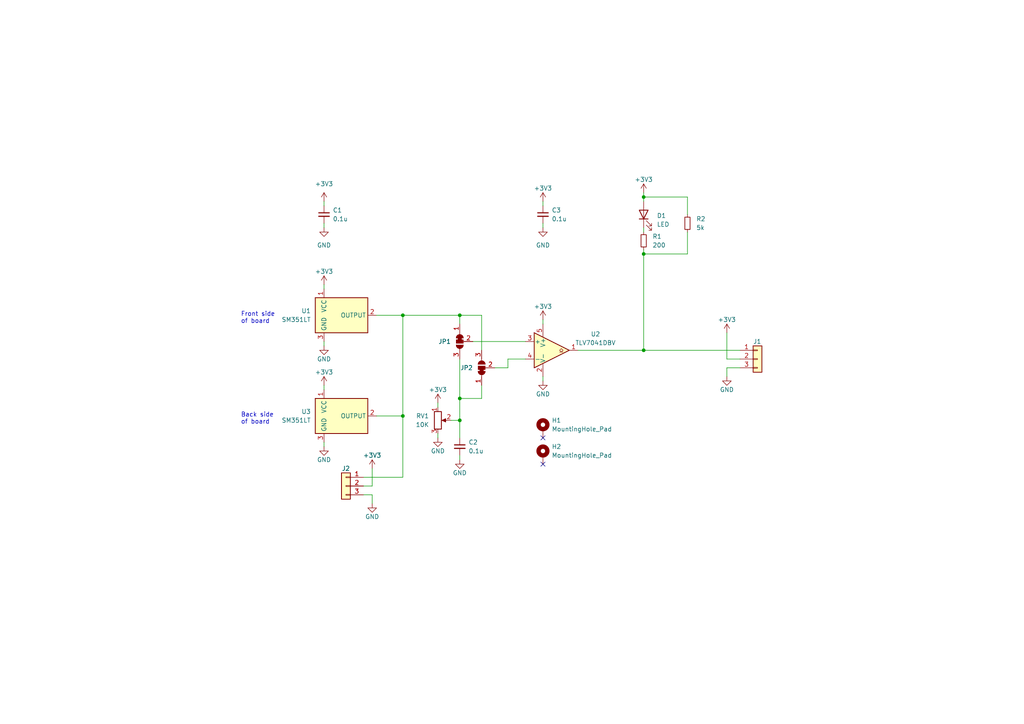
<source format=kicad_sch>
(kicad_sch (version 20211123) (generator eeschema)
  (paper "A4")
  (lib_symbols
    (symbol "Comparator:TLV7041DBV" (pin_names (offset 0.127))
      (property "Reference" "U" (at 0 5.08 0))
      (property "Value" "TLV7041DBV" (at 0 -5.08 0))
      (symbol "TLV7041DBV_0_1"
        (polyline (pts (xy -5.08 5.08) (xy 5.08 0) (xy -5.08 -5.08) (xy -5.08 5.08)) (stroke (width 0.254)) (fill (type background)))
        (polyline (pts (xy 3.302 -0.508) (xy 2.794 -0.508) (xy 3.302 0) (xy 2.794 0.508) (xy 2.286 0) (xy 2.794 -0.508) (xy 2.286 -0.508)) (stroke (width 0.127)))
        (pin power_in line (at -2.54 -7.62 90) (length 3.81) (name "V-") (number "2"))
        (pin power_in line (at -2.54 7.62 270) (length 3.81) (name "V+") (number "5"))
      )
      (symbol "TLV7041DBV_1_1"
        (pin open_collector line (at 7.62 0 180) (length 2.54) (name "~") (number "1"))
        (pin input line (at -7.62 2.54 0) (length 2.54) (name "+") (number "3"))
        (pin input line (at -7.62 -2.54 0) (length 2.54) (name "-") (number "4"))
      )
    )
    (symbol "Connector_Generic:Conn_01x03" (pin_names (offset 1.016) hide)
      (property "Reference" "J" (at 0 5.08 0))
      (property "Value" "Conn_01x03" (at 0 -5.08 0))
      (symbol "Conn_01x03_1_1"
        (rectangle (start -1.27 -2.413) (end 0 -2.667) (stroke (width 0.1524)))
        (rectangle (start -1.27 0.127) (end 0 -0.127) (stroke (width 0.1524)))
        (rectangle (start -1.27 2.667) (end 0 2.413) (stroke (width 0.1524)))
        (rectangle (start -1.27 3.81) (end 1.27 -3.81) (stroke (width 0.254)) (fill (type background)))
        (pin passive line (at -5.08 2.54 0) (length 3.81) (name "Pin_1") (number "1"))
        (pin passive line (at -5.08 0 0) (length 3.81) (name "Pin_2") (number "2"))
        (pin passive line (at -5.08 -2.54 0) (length 3.81) (name "Pin_3") (number "3"))
      )
    )
    (symbol "Device:C_Small" (pin_numbers hide) (pin_names (offset 0.254) hide)
      (property "Reference" "C" (at 0.254 1.778 0))
      (property "Value" "C_Small" (at 0.254 -2.032 0))
      (symbol "C_Small_0_1"
        (polyline (pts (xy -1.524 -0.508) (xy 1.524 -0.508)) (stroke (width 0.3302)))
        (polyline (pts (xy -1.524 0.508) (xy 1.524 0.508)) (stroke (width 0.3048)))
      )
      (symbol "C_Small_1_1"
        (pin passive line (at 0 2.54 270) (length 2.032) (name "~") (number "1"))
        (pin passive line (at 0 -2.54 90) (length 2.032) (name "~") (number "2"))
      )
    )
    (symbol "Device:LED" (pin_numbers hide) (pin_names (offset 1.016) hide)
      (property "Reference" "D" (at 0 2.54 0))
      (property "Value" "LED" (at 0 -2.54 0))
      (symbol "LED_0_1"
        (polyline (pts (xy -1.27 -1.27) (xy -1.27 1.27)) (stroke (width 0.254)))
        (polyline (pts (xy -1.27 0) (xy 1.27 0)))
        (polyline (pts (xy 1.27 -1.27) (xy 1.27 1.27) (xy -1.27 0) (xy 1.27 -1.27)) (stroke (width 0.254)))
        (polyline (pts (xy -3.048 -0.762) (xy -4.572 -2.286) (xy -3.81 -2.286) (xy -4.572 -2.286) (xy -4.572 -1.524)))
        (polyline (pts (xy -1.778 -0.762) (xy -3.302 -2.286) (xy -2.54 -2.286) (xy -3.302 -2.286) (xy -3.302 -1.524)))
      )
      (symbol "LED_1_1"
        (pin passive line (at -3.81 0 0) (length 2.54) (name "K") (number "1"))
        (pin passive line (at 3.81 0 180) (length 2.54) (name "A") (number "2"))
      )
    )
    (symbol "Device:R_Potentiometer" (pin_names (offset 1.016) hide)
      (property "Reference" "RV" (at -4.445 0 90))
      (property "Value" "R_Potentiometer" (at -2.54 0 90))
      (symbol "R_Potentiometer_0_1"
        (polyline (pts (xy 2.54 0) (xy 1.524 0)))
        (polyline (pts (xy 1.143 0) (xy 2.286 0.508) (xy 2.286 -0.508) (xy 1.143 0)) (fill (type outline)))
        (rectangle (start 1.016 2.54) (end -1.016 -2.54) (stroke (width 0.254)))
      )
      (symbol "R_Potentiometer_1_1"
        (pin passive line (at 0 3.81 270) (length 1.27) (name "1") (number "1"))
        (pin passive line (at 3.81 0 180) (length 1.27) (name "2") (number "2"))
        (pin passive line (at 0 -3.81 90) (length 1.27) (name "3") (number "3"))
      )
    )
    (symbol "Device:R_Small" (pin_numbers hide) (pin_names (offset 0.254) hide)
      (property "Reference" "R" (at 0.762 0.508 0))
      (property "Value" "R_Small" (at 0.762 -1.016 0))
      (symbol "R_Small_0_1"
        (rectangle (start -0.762 1.778) (end 0.762 -1.778) (stroke (width 0.2032)))
      )
      (symbol "R_Small_1_1"
        (pin passive line (at 0 2.54 270) (length 0.762) (name "~") (number "1"))
        (pin passive line (at 0 -2.54 90) (length 0.762) (name "~") (number "2"))
      )
    )
    (symbol "Jumper:SolderJumper_3_Bridged12" (pin_names (offset 0) hide)
      (property "Reference" "JP" (at -2.54 -2.54 0))
      (property "Value" "SolderJumper_3_Bridged12" (at 0 2.794 0))
      (symbol "SolderJumper_3_Bridged12_0_1"
        (rectangle (start -1.016 0.508) (end -0.508 -0.508) (fill (type outline)))
        (arc (start -1.016 1.016) (mid -2.032 0) (end -1.016 -1.016))
        (arc (start -1.016 1.016) (mid -2.032 0) (end -1.016 -1.016) (fill (type outline)))
        (rectangle (start -0.508 1.016) (end 0.508 -1.016) (fill (type outline)))
        (polyline (pts (xy -2.54 0) (xy -2.032 0)))
        (polyline (pts (xy -1.016 1.016) (xy -1.016 -1.016)))
        (polyline (pts (xy 0 -1.27) (xy 0 -1.016)))
        (polyline (pts (xy 1.016 1.016) (xy 1.016 -1.016)))
        (polyline (pts (xy 2.54 0) (xy 2.032 0)))
        (arc (start 1.016 -1.016) (mid 2.032 0) (end 1.016 1.016))
        (arc (start 1.016 -1.016) (mid 2.032 0) (end 1.016 1.016) (fill (type outline)))
      )
      (symbol "SolderJumper_3_Bridged12_1_1"
        (pin passive line (at -5.08 0 0) (length 2.54) (name "A") (number "1"))
        (pin passive line (at 0 -3.81 90) (length 2.54) (name "C") (number "2"))
        (pin passive line (at 5.08 0 180) (length 2.54) (name "B") (number "3"))
      )
    )
    (symbol "Mechanical:MountingHole_Pad" (pin_numbers hide) (pin_names (offset 1.016) hide)
      (property "Reference" "H" (at 0 6.35 0))
      (property "Value" "MountingHole_Pad" (at 0 4.445 0))
      (symbol "MountingHole_Pad_0_1"
        (circle (center 0 1.27) (radius 1.27) (stroke (width 1.27)))
      )
      (symbol "MountingHole_Pad_1_1"
        (pin input line (at 0 -2.54 90) (length 2.54) (name "1") (number "1"))
      )
    )
    (symbol "Sensor_Magnetic:SM351LT"
      (property "Reference" "U" (at 5.08 8.89 0))
      (property "Value" "SM351LT" (at 2.54 6.35 0))
      (symbol "SM351LT_0_1"
        (rectangle (start 7.62 5.08) (end -7.62 -5.08) (stroke (width 0.254)) (fill (type background)))
      )
      (symbol "SM351LT_1_1"
        (pin power_in line (at -5.08 7.62 270) (length 2.54) (name "VCC") (number "1"))
        (pin output line (at 10.16 0 180) (length 2.54) (name "OUTPUT") (number "2"))
        (pin power_in line (at -5.08 -7.62 90) (length 2.54) (name "GND") (number "3"))
      )
    )
    (symbol "power:+3V3" (power) (pin_names (offset 0))
      (property "Value" "+3V3" (at 0 3.556 0))
      (symbol "+3V3_0_1"
        (polyline (pts (xy -0.762 1.27) (xy 0 2.54)))
        (polyline (pts (xy 0 0) (xy 0 2.54)))
        (polyline (pts (xy 0 2.54) (xy 0.762 1.27)))
      )
      (symbol "+3V3_1_1"
        (pin power_in line (at 0 0 90) (length 0) hide (name "+3V3") (number "1"))
      )
    )
    (symbol "power:GND" (power) (pin_names (offset 0))
      (property "Value" "GND" (at 0 -3.81 0))
      (symbol "GND_0_1"
        (polyline (pts (xy 0 0) (xy 0 -1.27) (xy 1.27 -1.27) (xy 0 -2.54) (xy -1.27 -1.27) (xy 0 -1.27)))
      )
      (symbol "GND_1_1"
        (pin power_in line (at 0 0 270) (length 0) hide (name "GND") (number "1"))
      )
    )
  )
  (junction (at 133.35 115.57))
  (junction (at 116.84 91.44))
  (junction (at 186.69 57.15))
  (junction (at 116.84 120.65))
  (junction (at 133.35 91.44))
  (junction (at 133.35 121.92))
  (junction (at 186.69 101.6))
  (junction (at 186.69 73.66))
  (no_connect (at 157.48 134.62))
  (no_connect (at 157.48 127))
  (wire (pts (xy 157.48 58.42) (xy 157.48 59.69)))
  (wire (pts (xy 199.39 62.23) (xy 199.39 57.15)))
  (wire (pts (xy 105.41 143.51) (xy 107.95 143.51)))
  (wire (pts (xy 93.98 111.76) (xy 93.98 113.03)))
  (wire (pts (xy 127 125.73) (xy 127 127)))
  (wire (pts (xy 133.35 91.44) (xy 133.35 93.98)))
  (wire (pts (xy 109.22 91.44) (xy 116.84 91.44)))
  (wire (pts (xy 105.41 138.43) (xy 116.84 138.43)))
  (wire (pts (xy 93.98 128.27) (xy 93.98 129.54)))
  (wire (pts (xy 214.63 104.14) (xy 210.82 104.14)))
  (wire (pts (xy 116.84 91.44) (xy 133.35 91.44)))
  (wire (pts (xy 116.84 138.43) (xy 116.84 120.65)))
  (wire (pts (xy 210.82 104.14) (xy 210.82 96.52)))
  (wire (pts (xy 186.69 57.15) (xy 186.69 58.42)))
  (wire (pts (xy 157.48 64.77) (xy 157.48 66.04)))
  (wire (pts (xy 199.39 57.15) (xy 186.69 57.15)))
  (wire (pts (xy 139.7 101.6) (xy 139.7 91.44)))
  (wire (pts (xy 133.35 104.14) (xy 133.35 115.57)))
  (wire (pts (xy 109.22 120.65) (xy 116.84 120.65)))
  (wire (pts (xy 133.35 121.92) (xy 133.35 127)))
  (wire (pts (xy 143.51 106.68) (xy 147.32 106.68)))
  (wire (pts (xy 139.7 91.44) (xy 133.35 91.44)))
  (wire (pts (xy 105.41 140.97) (xy 107.95 140.97)))
  (wire (pts (xy 147.32 106.68) (xy 147.32 104.14)))
  (wire (pts (xy 133.35 132.08) (xy 133.35 133.35)))
  (wire (pts (xy 147.32 104.14) (xy 152.4 104.14)))
  (wire (pts (xy 210.82 106.68) (xy 210.82 109.22)))
  (wire (pts (xy 107.95 140.97) (xy 107.95 135.89)))
  (wire (pts (xy 214.63 106.68) (xy 210.82 106.68)))
  (wire (pts (xy 93.98 58.42) (xy 93.98 59.69)))
  (wire (pts (xy 133.35 115.57) (xy 133.35 121.92)))
  (wire (pts (xy 139.7 115.57) (xy 133.35 115.57)))
  (wire (pts (xy 127 116.84) (xy 127 118.11)))
  (wire (pts (xy 93.98 99.06) (xy 93.98 100.33)))
  (wire (pts (xy 199.39 67.31) (xy 199.39 73.66)))
  (wire (pts (xy 186.69 101.6) (xy 214.63 101.6)))
  (wire (pts (xy 139.7 111.76) (xy 139.7 115.57)))
  (wire (pts (xy 93.98 64.77) (xy 93.98 66.04)))
  (wire (pts (xy 116.84 120.65) (xy 116.84 91.44)))
  (wire (pts (xy 186.69 73.66) (xy 199.39 73.66)))
  (wire (pts (xy 137.16 99.06) (xy 152.4 99.06)))
  (wire (pts (xy 107.95 143.51) (xy 107.95 146.05)))
  (wire (pts (xy 186.69 72.39) (xy 186.69 73.66)))
  (wire (pts (xy 186.69 55.88) (xy 186.69 57.15)))
  (wire (pts (xy 93.98 82.55) (xy 93.98 83.82)))
  (wire (pts (xy 167.64 101.6) (xy 186.69 101.6)))
  (wire (pts (xy 130.81 121.92) (xy 133.35 121.92)))
  (wire (pts (xy 157.48 109.22) (xy 157.48 110.49)))
  (wire (pts (xy 157.48 92.71) (xy 157.48 93.98)))
  (wire (pts (xy 186.69 66.04) (xy 186.69 67.31)))
  (wire (pts (xy 186.69 73.66) (xy 186.69 101.6)))
  (text "Front side\nof board" (at 69.85 93.98 0) (effects (font (size 1.27 1.27)) (justify left bottom)))
  (text "Back side\nof board" (at 69.85 123.19 0) (effects (font (size 1.27 1.27)) (justify left bottom)))
  (symbol (lib_id "power:GND") (at 107.95 146.05 0) (unit 1)
    (property "Reference" "#PWR02" (effects hide))
    (property "Value" "GND" (at 107.95 149.86 0))
  )
  (symbol (lib_id "power:GND") (at 93.98 66.04 0) (unit 1)
    (property "Reference" "#PWR0103" (effects hide))
    (property "Value" "GND" (at 93.98 71.12 0))
  )
  (symbol (lib_id "Jumper:SolderJumper_3_Bridged12") (at 133.35 99.06 90) (mirror x) (unit 1)
    (property "Reference" "JP1" (at 130.81 99.0599 90) (effects (justify left)))
    (property "Value" "SolderJumper_3_Bridged12" (effects hide))
    (property "Footprint" "Jumper:SolderJumper-3_P1.3mm_Bridged12_Pad1.0x1.5mm" (effects hide))
  )
  (symbol (lib_id "Device:R_Small") (at 199.39 64.77 0) (unit 1)
    (property "Reference" "R2" (at 201.93 63.4999 0) (effects (justify left)))
    (property "Value" "5k" (at 201.93 66.0399 0) (effects (justify left)))
    (property "Footprint" "Resistor_SMD:R_0805_2012Metric" (effects hide))
  )
  (symbol (lib_id "Device:R_Small") (at 186.69 69.85 0) (unit 1)
    (property "Reference" "R1" (at 189.23 68.5799 0) (effects (justify left)))
    (property "Value" "200" (at 189.23 71.1199 0) (effects (justify left)))
    (property "Footprint" "Resistor_SMD:R_0805_2012Metric" (effects hide))
  )
  (symbol (lib_id "power:+3V3") (at 157.48 58.42 0) (unit 1)
    (property "Reference" "#PWR0105" (effects hide))
    (property "Value" "+3V3" (at 157.48 54.61 0))
  )
  (symbol (lib_id "Mechanical:MountingHole_Pad") (at 157.48 132.08 0) (unit 1)
    (property "Reference" "H2" (at 160.02 129.5399 0) (effects (justify left)))
    (property "Value" "MountingHole_Pad" (at 160.02 132.0799 0) (effects (justify left)))
    (property "Footprint" "MountingHole:MountingHole_2.2mm_M2_Pad" (effects hide))
  )
  (symbol (lib_id "power:+3V3") (at 93.98 82.55 0) (unit 1)
    (property "Reference" "#PWR0102" (effects hide))
    (property "Value" "+3V3" (at 93.98 78.74 0))
  )
  (symbol (lib_id "power:+3V3") (at 186.69 55.88 0) (unit 1)
    (property "Reference" "#PWR0107" (effects hide))
    (property "Value" "+3V3" (at 186.69 52.07 0))
  )
  (symbol (lib_id "Device:C_Small") (at 93.98 62.23 0) (unit 1)
    (property "Reference" "C1" (at 96.52 60.9662 0) (effects (justify left)))
    (property "Value" "0.1u" (at 96.52 63.5062 0) (effects (justify left)))
    (property "Footprint" "Capacitor_SMD:C_0805_2012Metric" (effects hide))
  )
  (symbol (lib_id "power:GND") (at 210.82 109.22 0) (unit 1)
    (property "Reference" "#PWR0114" (effects hide))
    (property "Value" "GND" (at 210.82 113.03 0))
  )
  (symbol (lib_id "power:GND") (at 133.35 133.35 0) (unit 1)
    (property "Reference" "#PWR0111" (effects hide))
    (property "Value" "GND" (at 133.35 137.16 0))
  )
  (symbol (lib_id "Sensor_Magnetic:SM351LT") (at 99.06 120.65 0) (unit 1)
    (property "Reference" "U3" (at 90.17 119.3799 0) (effects (justify right)))
    (property "Value" "SM351LT" (at 90.17 121.9199 0) (effects (justify right)))
    (property "Footprint" "Package_TO_SOT_SMD:SOT-23" (effects hide))
    (property "Datasheet" "https://sensing.honeywell.com/honeywell-sensing-nanopower-series-product-sheet-50095501-a-en.pdf" (effects hide))
  )
  (symbol (lib_id "Connector_Generic:Conn_01x03") (at 100.33 140.97 0) (mirror y) (unit 1)
    (property "Reference" "J2" (at 100.33 135.89 0))
    (property "Value" "Conn_01x03" (effects hide))
    (property "Footprint" "Connector_PinHeader_2.54mm:PinHeader_1x03_P2.54mm_Vertical" (effects hide))
  )
  (symbol (lib_id "power:+3V3") (at 210.82 96.52 0) (unit 1)
    (property "Reference" "#PWR0113" (effects hide))
    (property "Value" "+3V3" (at 210.82 92.71 0))
  )
  (symbol (lib_id "Connector_Generic:Conn_01x03") (at 219.71 104.14 0) (unit 1)
    (property "Reference" "J1" (at 218.44 99.06 0) (effects (justify left)))
    (property "Value" "Conn_01x03" (effects hide))
    (property "Footprint" "Connector_PinHeader_2.54mm:PinHeader_1x03_P2.54mm_Vertical" (effects hide))
  )
  (symbol (lib_id "power:+3V3") (at 107.95 135.89 0) (unit 1)
    (property "Reference" "#PWR01" (effects hide))
    (property "Value" "+3V3" (at 107.95 132.08 0))
  )
  (symbol (lib_id "power:GND") (at 93.98 129.54 0) (unit 1)
    (property "Reference" "#PWR04" (effects hide))
    (property "Value" "GND" (at 93.98 133.35 0))
  )
  (symbol (lib_id "Mechanical:MountingHole_Pad") (at 157.48 124.46 0) (unit 1)
    (property "Reference" "H1" (at 160.02 121.9199 0) (effects (justify left)))
    (property "Value" "MountingHole_Pad" (at 160.02 124.4599 0) (effects (justify left)))
    (property "Footprint" "MountingHole:MountingHole_2.2mm_M2_Pad" (effects hide))
  )
  (symbol (lib_id "Comparator:TLV7041DBV") (at 160.02 101.6 0) (unit 1)
    (property "Reference" "U2" (at 172.72 96.901 0))
    (property "Value" "TLV7041DBV" (at 172.72 99.441 0))
    (property "Footprint" "Package_TO_SOT_SMD:SOT-23-5_HandSoldering" (effects hide))
    (property "Datasheet" "https://www.ti.com/lit/ds/symlink/tlv7041.pdf" (effects hide))
  )
  (symbol (lib_id "power:+3V3") (at 127 116.84 0) (unit 1)
    (property "Reference" "#PWR0110" (effects hide))
    (property "Value" "+3V3" (at 127 113.03 0))
  )
  (symbol (lib_id "power:GND") (at 127 127 0) (unit 1)
    (property "Reference" "#PWR0112" (effects hide))
    (property "Value" "GND" (at 127 130.81 0))
  )
  (symbol (lib_id "Jumper:SolderJumper_3_Bridged12") (at 139.7 106.68 90) (unit 1)
    (property "Reference" "JP2" (at 137.16 106.6799 90) (effects (justify left)))
    (property "Value" "SolderJumper_3_Bridged12" (effects hide))
    (property "Footprint" "Jumper:SolderJumper-3_P1.3mm_Bridged12_Pad1.0x1.5mm" (effects hide))
  )
  (symbol (lib_id "power:GND") (at 157.48 66.04 0) (unit 1)
    (property "Reference" "#PWR0106" (effects hide))
    (property "Value" "GND" (at 157.48 71.12 0))
  )
  (symbol (lib_id "Device:C_Small") (at 157.48 62.23 0) (unit 1)
    (property "Reference" "C3" (at 160.02 60.9662 0) (effects (justify left)))
    (property "Value" "0.1u" (at 160.02 63.5062 0) (effects (justify left)))
    (property "Footprint" "Capacitor_SMD:C_0805_2012Metric" (effects hide))
  )
  (symbol (lib_id "Device:R_Potentiometer") (at 127 121.92 0) (unit 1)
    (property "Reference" "RV1" (at 124.46 120.6499 0) (effects (justify right)))
    (property "Value" "10K" (at 124.46 123.1899 0) (effects (justify right)))
    (property "Footprint" "Appreciate:PVG3A" (effects hide))
    (property "Datasheet" "https://www.mouser.com/datasheet/2/54/pvg3-1084610.pdf" (effects hide))
  )
  (symbol (lib_id "power:GND") (at 157.48 110.49 0) (unit 1)
    (property "Reference" "#PWR0109" (effects hide))
    (property "Value" "GND" (at 157.48 114.3 0))
  )
  (symbol (lib_id "power:+3V3") (at 157.48 92.71 0) (unit 1)
    (property "Reference" "#PWR0108" (effects hide))
    (property "Value" "+3V3" (at 157.48 88.9 0))
  )
  (symbol (lib_id "power:+3V3") (at 93.98 58.42 0) (unit 1)
    (property "Reference" "#PWR0104" (effects hide))
    (property "Value" "+3V3" (at 93.98 53.34 0))
  )
  (symbol (lib_id "power:GND") (at 93.98 100.33 0) (unit 1)
    (property "Reference" "#PWR0101" (effects hide))
    (property "Value" "GND" (at 93.98 104.14 0))
  )
  (symbol (lib_id "Sensor_Magnetic:SM351LT") (at 99.06 91.44 0) (unit 1)
    (property "Reference" "U1" (at 90.17 90.1699 0) (effects (justify right)))
    (property "Value" "SM351LT" (at 90.17 92.7099 0) (effects (justify right)))
    (property "Footprint" "Package_TO_SOT_SMD:SOT-23" (effects hide))
    (property "Datasheet" "https://sensing.honeywell.com/honeywell-sensing-nanopower-series-product-sheet-50095501-a-en.pdf" (effects hide))
  )
  (symbol (lib_id "Device:LED") (at 186.69 62.23 90) (unit 1)
    (property "Reference" "D1" (at 190.5 62.5474 90) (effects (justify right)))
    (property "Value" "LED" (at 190.5 65.0874 90) (effects (justify right)))
    (property "Footprint" "LED_SMD:LED_1206_3216Metric" (effects hide))
  )
  (symbol (lib_id "power:+3V3") (at 93.98 111.76 0) (unit 1)
    (property "Reference" "#PWR03" (effects hide))
    (property "Value" "+3V3" (at 93.98 107.95 0))
  )
  (symbol (lib_id "Device:C_Small") (at 133.35 129.54 0) (unit 1)
    (property "Reference" "C2" (at 135.89 128.2762 0) (effects (justify left)))
    (property "Value" "0.1u" (at 135.89 130.8162 0) (effects (justify left)))
    (property "Footprint" "Capacitor_SMD:C_0805_2012Metric" (effects hide))
  )
)
</source>
